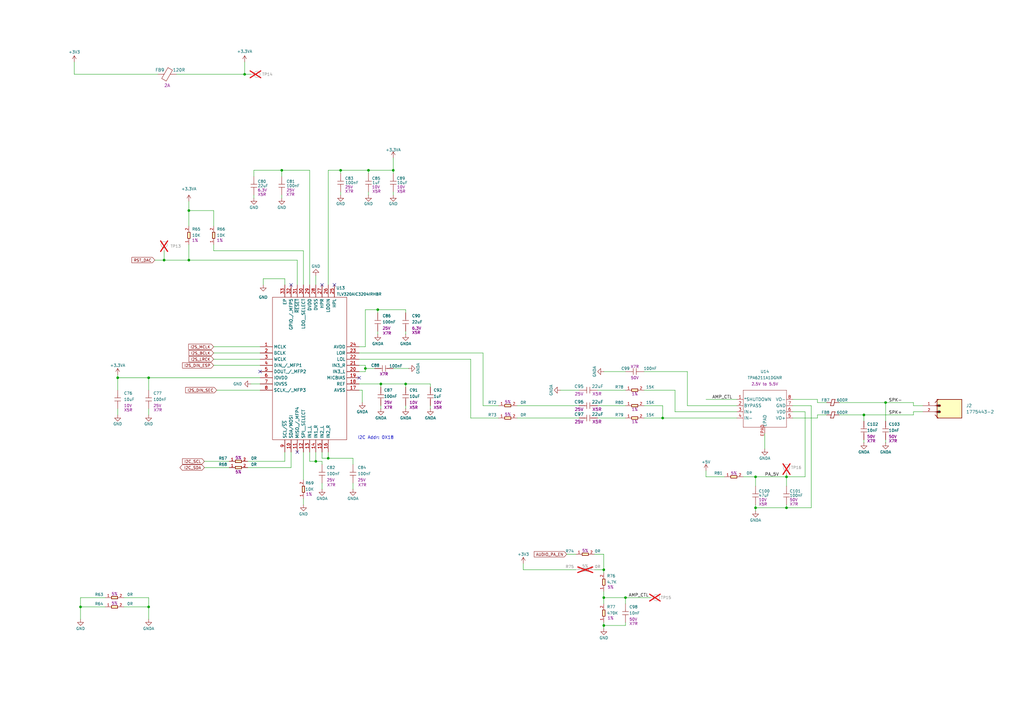
<source format=kicad_sch>
(kicad_sch (version 20250114) (generator "eeschema") (generator_version "9.0")
  (paper "A3")
  (title_block (title "Home mini drop in PCB replacement") (rev "v1") (company "by iMike78 (inpired by Onju voice and HA VPE)"))
  (text "I2C Addr: 0X18" (at 146.685 180.34 0) (effects (font (size 1.27 1.27)) (justify left bottom)))
  (junction (at 322.58 195.58))
  (junction (at 67.31 106.68))
  (junction (at 60.96 154.94))
  (junction (at 156.21 157.48))
  (junction (at 77.47 86.36))
  (junction (at 166.37 157.48))
  (junction (at 309.88 195.58))
  (junction (at 33.02 248.92))
  (junction (at 151.13 69.85))
  (junction (at 271.78 171.45))
  (junction (at 129.54 189.23))
  (junction (at 149.86 151.13))
  (junction (at 115.57 69.85))
  (junction (at 161.29 69.85))
  (junction (at 309.88 208.28))
  (junction (at 247.65 245.11))
  (junction (at 154.94 127))
  (junction (at 247.65 233.68))
  (junction (at 354.33 170.18))
  (junction (at 247.65 256.54))
  (junction (at 139.7 69.85))
  (junction (at 48.26 154.94))
  (junction (at 363.22 165.1))
  (junction (at 256.54 245.11))
  (junction (at 77.47 106.68))
  (junction (at 134.62 187.96))
  (junction (at 60.96 248.92))
  (junction (at 322.58 208.28))
  (junction (at 100.33 30.48))
  (no_connect (at 121.92 185.42))
  (no_connect (at 137.16 116.84))
  (no_connect (at 132.08 116.84))
  (no_connect (at 106.68 152.4))
  (no_connect (at 147.32 154.94))
  (no_connect (at 119.38 116.84))
  (wire (pts (xy 354.33 170.18) (xy 354.33 172.72)))
  (wire (pts (xy 166.37 127) (xy 166.37 128.27)))
  (wire (pts (xy 134.62 69.85) (xy 134.62 116.84)))
  (wire (pts (xy 115.57 69.85) (xy 127 69.85)))
  (wire (pts (xy 344.17 170.18) (xy 354.33 170.18)))
  (wire (pts (xy 354.33 180.34) (xy 354.33 181.61)))
  (wire (pts (xy 129.54 189.23) (xy 132.08 189.23)))
  (wire (pts (xy 243.84 233.68) (xy 247.65 233.68)))
  (wire (pts (xy 132.08 187.96) (xy 134.62 187.96)))
  (wire (pts (xy 30.48 30.48) (xy 64.77 30.48)))
  (wire (pts (xy 132.08 198.12) (xy 132.08 200.66)))
  (wire (pts (xy 335.28 170.18) (xy 339.09 170.18)))
  (wire (pts (xy 77.47 100.33) (xy 77.47 106.68)))
  (wire (pts (xy 156.21 157.48) (xy 166.37 157.48)))
  (wire (pts (xy 322.58 208.28) (xy 332.74 208.28)))
  (wire (pts (xy 325.12 166.37) (xy 332.74 166.37)))
  (wire (pts (xy 325.12 168.91) (xy 330.2 168.91)))
  (wire (pts (xy 276.86 168.91) (xy 302.26 168.91)))
  (wire (pts (xy 229.87 160.02) (xy 237.49 160.02)))
  (wire (pts (xy 148.59 160.02) (xy 148.59 165.1)))
  (wire (pts (xy 176.53 166.37) (xy 176.53 167.64)))
  (wire (pts (xy 50.8 248.92) (xy 60.96 248.92)))
  (wire (pts (xy 214.63 231.14) (xy 214.63 233.68)))
  (wire (pts (xy 322.58 194.31) (xy 322.58 195.58)))
  (wire (pts (xy 264.16 166.37) (xy 271.78 166.37)))
  (wire (pts (xy 193.04 147.32) (xy 193.04 171.45)))
  (wire (pts (xy 151.13 78.74) (xy 151.13 80.01)))
  (wire (pts (xy 77.47 82.55) (xy 77.47 86.36)))
  (wire (pts (xy 335.28 163.83) (xy 335.28 165.1)))
  (wire (pts (xy 33.02 245.11) (xy 43.18 245.11)))
  (wire (pts (xy 48.26 154.94) (xy 60.96 154.94)))
  (wire (pts (xy 256.54 255.27) (xy 256.54 256.54)))
  (wire (pts (xy 281.94 166.37) (xy 302.26 166.37)))
  (wire (pts (xy 161.29 151.13) (xy 167.64 151.13)))
  (wire (pts (xy 116.84 185.42) (xy 116.84 189.23)))
  (wire (pts (xy 87.63 147.32) (xy 106.68 147.32)))
  (wire (pts (xy 264.16 171.45) (xy 271.78 171.45)))
  (wire (pts (xy 304.8 195.58) (xy 309.88 195.58)))
  (wire (pts (xy 193.04 171.45) (xy 204.47 171.45)))
  (wire (pts (xy 214.63 233.68) (xy 236.22 233.68)))
  (wire (pts (xy 124.46 102.87) (xy 124.46 116.84)))
  (wire (pts (xy 247.65 233.68) (xy 247.65 234.95)))
  (wire (pts (xy 212.09 166.37) (xy 237.49 166.37)))
  (wire (pts (xy 325.12 163.83) (xy 335.28 163.83)))
  (wire (pts (xy 363.22 165.1) (xy 374.65 165.1)))
  (wire (pts (xy 139.7 71.12) (xy 139.7 69.85)))
  (wire (pts (xy 115.57 69.85) (xy 115.57 72.39)))
  (wire (pts (xy 276.86 160.02) (xy 276.86 168.91)))
  (wire (pts (xy 77.47 86.36) (xy 77.47 92.71)))
  (wire (pts (xy 134.62 187.96) (xy 144.78 187.96)))
  (wire (pts (xy 289.56 163.83) (xy 302.26 163.83)))
  (wire (pts (xy 271.78 166.37) (xy 271.78 171.45)))
  (wire (pts (xy 176.53 158.75) (xy 176.53 157.48)))
  (wire (pts (xy 100.33 30.48) (xy 100.33 25.4)))
  (wire (pts (xy 107.95 116.84) (xy 107.95 114.3)))
  (wire (pts (xy 60.96 248.92) (xy 60.96 254)))
  (wire (pts (xy 144.78 187.96) (xy 144.78 190.5)))
  (wire (pts (xy 132.08 189.23) (xy 132.08 190.5)))
  (wire (pts (xy 151.13 69.85) (xy 161.29 69.85)))
  (wire (pts (xy 161.29 78.74) (xy 161.29 80.01)))
  (wire (pts (xy 72.39 30.48) (xy 100.33 30.48)))
  (wire (pts (xy 166.37 135.89) (xy 166.37 137.16)))
  (wire (pts (xy 60.96 245.11) (xy 60.96 248.92)))
  (wire (pts (xy 374.65 166.37) (xy 378.46 166.37)))
  (wire (pts (xy 83.82 191.77) (xy 93.98 191.77)))
  (wire (pts (xy 147.32 152.4) (xy 149.86 152.4)))
  (wire (pts (xy 124.46 185.42) (xy 124.46 196.85)))
  (wire (pts (xy 309.88 195.58) (xy 309.88 199.39)))
  (wire (pts (xy 83.82 189.23) (xy 93.98 189.23)))
  (wire (pts (xy 116.84 114.3) (xy 116.84 116.84)))
  (wire (pts (xy 247.65 245.11) (xy 247.65 247.65)))
  (wire (pts (xy 212.09 171.45) (xy 237.49 171.45)))
  (wire (pts (xy 88.9 160.02) (xy 106.68 160.02)))
  (wire (pts (xy 151.13 69.85) (xy 151.13 71.12)))
  (wire (pts (xy 149.86 142.24) (xy 149.86 127)))
  (wire (pts (xy 309.88 209.55) (xy 309.88 208.28)))
  (wire (pts (xy 127 185.42) (xy 127 189.23)))
  (wire (pts (xy 134.62 69.85) (xy 139.7 69.85)))
  (wire (pts (xy 245.11 166.37) (xy 256.54 166.37)))
  (wire (pts (xy 127 189.23) (xy 129.54 189.23)))
  (wire (pts (xy 330.2 168.91) (xy 330.2 195.58)))
  (wire (pts (xy 87.63 142.24) (xy 106.68 142.24)))
  (wire (pts (xy 48.26 153.67) (xy 48.26 154.94)))
  (wire (pts (xy 374.65 170.18) (xy 374.65 168.91)))
  (wire (pts (xy 281.94 152.4) (xy 281.94 166.37)))
  (wire (pts (xy 33.02 254) (xy 33.02 248.92)))
  (wire (pts (xy 247.65 152.4) (xy 256.54 152.4)))
  (wire (pts (xy 335.28 170.18) (xy 335.28 171.45)))
  (wire (pts (xy 245.11 171.45) (xy 256.54 171.45)))
  (wire (pts (xy 332.74 166.37) (xy 332.74 208.28)))
  (wire (pts (xy 67.31 106.68) (xy 77.47 106.68)))
  (wire (pts (xy 363.22 180.34) (xy 363.22 181.61)))
  (wire (pts (xy 156.21 157.48) (xy 156.21 158.75)))
  (wire (pts (xy 106.68 157.48) (xy 102.87 157.48)))
  (wire (pts (xy 101.6 191.77) (xy 119.38 191.77)))
  (wire (pts (xy 147.32 144.78) (xy 198.12 144.78)))
  (wire (pts (xy 289.56 195.58) (xy 297.18 195.58)))
  (wire (pts (xy 247.65 227.33) (xy 247.65 233.68)))
  (wire (pts (xy 271.78 171.45) (xy 302.26 171.45)))
  (wire (pts (xy 264.16 160.02) (xy 276.86 160.02)))
  (wire (pts (xy 129.54 113.03) (xy 129.54 116.84)))
  (wire (pts (xy 149.86 151.13) (xy 149.86 149.86)))
  (wire (pts (xy 33.02 248.92) (xy 43.18 248.92)))
  (wire (pts (xy 363.22 165.1) (xy 363.22 172.72)))
  (wire (pts (xy 264.16 152.4) (xy 281.94 152.4)))
  (wire (pts (xy 154.94 127) (xy 166.37 127)))
  (wire (pts (xy 256.54 245.11) (xy 266.7 245.11)))
  (wire (pts (xy 87.63 86.36) (xy 77.47 86.36)))
  (wire (pts (xy 354.33 170.18) (xy 374.65 170.18)))
  (wire (pts (xy 127 116.84) (xy 127 69.85)))
  (wire (pts (xy 147.32 147.32) (xy 193.04 147.32)))
  (wire (pts (xy 104.14 69.85) (xy 104.14 72.39)))
  (wire (pts (xy 100.33 30.48) (xy 102.87 30.48)))
  (wire (pts (xy 166.37 157.48) (xy 166.37 158.75)))
  (wire (pts (xy 104.14 69.85) (xy 115.57 69.85)))
  (wire (pts (xy 63.5 106.68) (xy 67.31 106.68)))
  (wire (pts (xy 166.37 166.37) (xy 166.37 167.64)))
  (wire (pts (xy 374.65 168.91) (xy 378.46 168.91)))
  (wire (pts (xy 132.08 185.42) (xy 132.08 187.96)))
  (wire (pts (xy 161.29 64.77) (xy 161.29 69.85)))
  (wire (pts (xy 60.96 154.94) (xy 60.96 160.02)))
  (wire (pts (xy 166.37 157.48) (xy 176.53 157.48)))
  (wire (pts (xy 33.02 248.92) (xy 33.02 245.11)))
  (wire (pts (xy 289.56 193.04) (xy 289.56 195.58)))
  (wire (pts (xy 134.62 185.42) (xy 134.62 187.96)))
  (wire (pts (xy 147.32 149.86) (xy 149.86 149.86)))
  (wire (pts (xy 256.54 247.65) (xy 256.54 245.11)))
  (wire (pts (xy 309.88 195.58) (xy 322.58 195.58)))
  (wire (pts (xy 243.84 227.33) (xy 247.65 227.33)))
  (wire (pts (xy 147.32 157.48) (xy 156.21 157.48)))
  (wire (pts (xy 325.12 171.45) (xy 335.28 171.45)))
  (wire (pts (xy 87.63 92.71) (xy 87.63 86.36)))
  (wire (pts (xy 87.63 144.78) (xy 106.68 144.78)))
  (wire (pts (xy 144.78 198.12) (xy 144.78 200.66)))
  (wire (pts (xy 161.29 69.85) (xy 161.29 71.12)))
  (wire (pts (xy 344.17 165.1) (xy 363.22 165.1)))
  (wire (pts (xy 149.86 127) (xy 154.94 127)))
  (wire (pts (xy 322.58 207.01) (xy 322.58 208.28)))
  (wire (pts (xy 124.46 204.47) (xy 124.46 207.01)))
  (wire (pts (xy 115.57 80.01) (xy 115.57 81.28)))
  (wire (pts (xy 101.6 189.23) (xy 116.84 189.23)))
  (wire (pts (xy 149.86 152.4) (xy 149.86 151.13)))
  (wire (pts (xy 154.94 135.89) (xy 154.94 137.16)))
  (wire (pts (xy 247.65 256.54) (xy 256.54 256.54)))
  (wire (pts (xy 247.65 256.54) (xy 247.65 257.81)))
  (wire (pts (xy 198.12 166.37) (xy 204.47 166.37)))
  (wire (pts (xy 309.88 207.01) (xy 309.88 208.28)))
  (wire (pts (xy 147.32 142.24) (xy 149.86 142.24)))
  (wire (pts (xy 107.95 114.3) (xy 116.84 114.3)))
  (wire (pts (xy 147.32 160.02) (xy 148.59 160.02)))
  (wire (pts (xy 104.14 80.01) (xy 104.14 81.28)))
  (wire (pts (xy 245.11 160.02) (xy 256.54 160.02)))
  (wire (pts (xy 247.65 245.11) (xy 256.54 245.11)))
  (wire (pts (xy 374.65 165.1) (xy 374.65 166.37)))
  (wire (pts (xy 154.94 128.27) (xy 154.94 127)))
  (wire (pts (xy 48.26 154.94) (xy 48.26 160.02)))
  (wire (pts (xy 87.63 100.33) (xy 87.63 102.87)))
  (wire (pts (xy 121.92 106.68) (xy 121.92 116.84)))
  (wire (pts (xy 139.7 78.74) (xy 139.7 80.01)))
  (wire (pts (xy 313.69 177.8) (xy 313.69 184.15)))
  (wire (pts (xy 335.28 165.1) (xy 339.09 165.1)))
  (wire (pts (xy 30.48 30.48) (xy 30.48 25.4)))
  (wire (pts (xy 48.26 167.64) (xy 48.26 170.18)))
  (wire (pts (xy 60.96 154.94) (xy 106.68 154.94)))
  (wire (pts (xy 309.88 208.28) (xy 322.58 208.28)))
  (wire (pts (xy 67.31 102.87) (xy 67.31 106.68)))
  (wire (pts (xy 198.12 144.78) (xy 198.12 166.37)))
  (wire (pts (xy 322.58 195.58) (xy 330.2 195.58)))
  (wire (pts (xy 247.65 242.57) (xy 247.65 245.11)))
  (wire (pts (xy 50.8 245.11) (xy 60.96 245.11)))
  (wire (pts (xy 77.47 106.68) (xy 121.92 106.68)))
  (wire (pts (xy 87.63 102.87) (xy 124.46 102.87)))
  (wire (pts (xy 129.54 185.42) (xy 129.54 189.23)))
  (wire (pts (xy 139.7 69.85) (xy 151.13 69.85)))
  (wire (pts (xy 322.58 195.58) (xy 322.58 199.39)))
  (wire (pts (xy 247.65 255.27) (xy 247.65 256.54)))
  (wire (pts (xy 153.67 151.13) (xy 149.86 151.13)))
  (wire (pts (xy 232.41 227.33) (xy 236.22 227.33)))
  (wire (pts (xy 119.38 185.42) (xy 119.38 191.77)))
  (wire (pts (xy 87.63 149.86) (xy 106.68 149.86)))
  (wire (pts (xy 60.96 167.64) (xy 60.96 170.18)))
  (wire (pts (xy 156.21 166.37) (xy 156.21 167.64)))
  (label "AMP_CTL" (at 257.81 245.11 0))
  (label "SPK-" (at 364.49 165.1 0))
  (label "SPK+" (at 364.49 170.18 0))
  (label "PA_5V" (at 313.69 195.58 0))
  (label "AMP_CTL" (at 292.1 163.83 0))
  (global_label "I2C_SDA" (shape bidirectional) (at 83.82 191.77 180) (effects (font (size 1.143 1.143))) (property "Intersheetrefs" "${INTERSHEET_REFS}" (effects (hide yes))))
  (global_label "RST_DAC" (shape input) (at 63.5 106.68 180) (effects (font (size 1.143 1.143))) (property "Intersheetrefs" "${INTERSHEET_REFS}" (effects (hide yes))))
  (global_label "I2S_BCLK" (shape input) (at 87.63 144.78 180) (effects (font (size 1.143 1.143))) (property "Intersheetrefs" "${INTERSHEET_REFS}" (effects (hide yes))))
  (global_label "I2S_MCLK" (shape input) (at 87.63 142.24 180) (effects (font (size 1.143 1.143))) (property "Intersheetrefs" "${INTERSHEET_REFS}" (effects (hide yes))))
  (global_label "I2S_LRCK" (shape input) (at 87.63 147.32 180) (effects (font (size 1.143 1.143))) (property "Intersheetrefs" "${INTERSHEET_REFS}" (effects (hide yes))))
  (global_label "I2S_DIN_ESP" (shape input) (at 87.63 149.86 180) (effects (font (size 1.143 1.143))) (property "Intersheetrefs" "${INTERSHEET_REFS}" (effects (hide yes))))
  (global_label "I2C_SCL" (shape input) (at 83.82 189.23 180) (effects (font (size 1.143 1.143))) (property "Intersheetrefs" "${INTERSHEET_REFS}" (effects (hide yes))))
  (global_label "AUDIO_PA_EN" (shape input) (at 232.41 227.33 180) (effects (font (size 1.143 1.143))) (property "Intersheetrefs" "${INTERSHEET_REFS}" (effects (hide yes))))
  (global_label "I2S_DIN_SEC" (shape input) (at 88.9 160.02 180) (effects (font (size 1.143 1.143))) (property "Intersheetrefs" "${INTERSHEET_REFS}" (effects (hide yes))))
  (symbol (lib_id "Seeed_libdb:Capacitors/302013254") (at 104.14 76.2 0) (unit 1)
    (property "Reference" "C80" (at 105.664 74.422 0) (effects (font (size 1.143 1.143)) (justify left)))
    (property "Value" "22uF" (at 105.664 76.2 0) (effects (font (size 1.143 1.143)) (justify left)))
    (property "Footprint" "Capacitor_SMD:C_0603_1608Metric" (effects (hide yes)))
    (property "Description" "SMD CAP Ceramic 22uF-6.3V-20%-X5R;0603" (effects (hide yes)))
    (property "Manufacturer" "Samsung Electro-Mechanics" (effects (hide yes)))
    (property "MPN" "CL10A226MQ8NRNC" (effects (hide yes)))
    (property "SKU" "302013254" (effects (hide yes)))
    (property "Dielectric" "X5R" (at 107.442 79.756 0) (effects (font (size 1.143 1.143))))
    (property "Part Type" "Ceramic" (effects (hide yes)))
    (property "Voltage Rating" "6.3V" (at 105.664 77.978 0) (effects (font (size 1.143 1.143)) (justify left)))
    (property "Temperature" "-55°C to 85°C" (effects (hide yes)))
    (property "LCSC Part #" "C59461" (effects (hide yes)))
    (property "Manufacturer Part" "CL10A226MQ8NRNC" (effects (hide yes)))
    (property "Voltage" "6.3V" (effects (hide yes)))
  )
  (symbol (lib_id "power:GND") (at 247.65 257.81 0) (unit 1)
    (property "Reference" "#PWR0189" (effects (hide yes)))
    (property "Value" "GND" (at 247.65 261.62 0) (effects (font (size 1.143 1.143))))
  )
  (symbol (lib_id "Seeed_libdb:Ic/TPA6211A1DGNR") (at 313.69 167.64 0) (unit 1)
    (property "Reference" "U14" (at 313.69 152.4 0) (effects (font (size 1.143 1.143))))
    (property "Value" "TPA6211A1DGNR" (at 313.69 154.94 0) (effects (font (size 1.143 1.143))))
    (property "Footprint" "Onju:TPA6211A1DGNR" (effects (hide yes)))
    (property "Datasheet" "TPA6211A1DGNR" (effects (hide yes)))
    (property "Description" "SMD IC Audio Amplifier Class AB;MSOP-8-EP" (effects (hide yes)))
    (property "Manufacturer" "Texas Instruments" (effects (hide yes)))
    (property "MPN" "TPA6211A1DGNR" (effects (hide yes)))
    (property "SKU" "310020941" (effects (hide yes)))
    (property "Part Type" "Amplifier" (effects (hide yes)))
    (property "Rating" "2.5V to 5.5V" (at 313.69 157.48 0) (effects (font (size 1.143 1.143))))
    (property "Temperature" "-40°C to 105℃" (effects (hide yes)))
    (property "LCSC Part #" "C7718" (effects (hide yes)))
    (property "Manufacturer Part" "TPA6211A1DGNR" (effects (hide yes)))
  )
  (symbol (lib_id "Seeed_libdb:Capacitors/302013265") (at 309.88 203.2 0) (unit 1)
    (property "Reference" "C100" (at 311.15 201.422 0) (effects (font (size 1.143 1.143)) (justify left)))
    (property "Value" "47uF" (at 311.15 203.2 0) (effects (font (size 1.143 1.143)) (justify left)))
    (property "Footprint" "Capacitor_SMD:C_1206_3216Metric" (effects (hide yes)))
    (property "Description" "SMD CAP Ceramic 47uF-10V-20%-X5R;1206" (effects (hide yes)))
    (property "Manufacturer" "Samsung Electro-Mechanics" (effects (hide yes)))
    (property "MPN" "CL31A476MPHNNNE" (effects (hide yes)))
    (property "SKU" "302013265" (effects (hide yes)))
    (property "Dielectric" "X5R" (at 312.928 206.756 0) (effects (font (size 1.143 1.143))))
    (property "Part Type" "Ceramic" (effects (hide yes)))
    (property "Voltage Rating" "10V" (at 311.15 204.978 0) (effects (font (size 1.143 1.143)) (justify left)))
    (property "Temperature" "-55°C to 85°C" (effects (hide yes)))
    (property "LCSC Part #" "C96123" (effects (hide yes)))
    (property "Manufacturer Part" "CL31A476MPHNNNE" (effects (hide yes)))
    (property "Voltage" "10V" (effects (hide yes)))
  )
  (symbol (lib_id "Seeed_libadl:Capacitors/302010024") (at 115.57 76.2 0) (unit 1)
    (property "Reference" "C81" (at 117.475 74.422 0) (effects (font (size 1.143 1.143)) (justify left)))
    (property "Value" "100nF" (at 117.475 76.2 0) (effects (font (size 1.143 1.143)) (justify left)))
    (property "Footprint" "Capacitor_SMD:C_0402_1005Metric" (effects (hide yes)))
    (property "Description" "SMD CAP Ceramic 100nF-25V-10%-X7R;0402" (effects (hide yes)))
    (property "Manufacturer" "Samsung Electro-Mechanics" (effects (hide yes)))
    (property "MPN" "CL05B104KO5NNNC" (effects (hide yes)))
    (property "SKU" "302010024" (effects (hide yes)))
    (property "Dielectric" "X7R" (at 119.126 79.756 0) (effects (font (size 1.143 1.143))))
    (property "Part Type" "Ceramic" (effects (hide yes)))
    (property "Voltage Rating" "25V" (at 117.475 77.978 0) (effects (font (size 1.143 1.143)) (justify left)))
    (property "Temperature" "-55°C to 125°C" (effects (hide yes)))
    (property "LCSC Part #" "C1525" (effects (hide yes)))
    (property "Manufacturer Part" "CL05B104KO5NNNC" (effects (hide yes)))
    (property "Voltage" "16V" (effects (hide yes)))
  )
  (symbol (lib_id "power:GND") (at 60.96 170.18 0) (unit 1)
    (property "Reference" "#PWR0158" (effects (hide yes)))
    (property "Value" "GND" (at 60.96 173.863 0) (effects (font (size 1.143 1.143))))
  )
  (symbol (lib_id "Seeed_libadl:Capacitors/302010024") (at 154.94 132.08 0) (unit 1)
    (property "Reference" "C86" (at 156.845 129.54 0) (effects (font (size 1.143 1.143)) (justify left)))
    (property "Value" "100nF" (at 156.845 132.08 0) (effects (font (size 1.143 1.143)) (justify left)))
    (property "Footprint" "Capacitor_SMD:C_0402_1005Metric" (effects (hide yes)))
    (property "Description" "SMD CAP Ceramic 100nF-25V-10%-X7R;0402" (effects (hide yes)))
    (property "Manufacturer" "Samsung Electro-Mechanics" (effects (hide yes)))
    (property "MPN" "CL05B104KO5NNNC" (effects (hide yes)))
    (property "SKU" "302010024" (effects (hide yes)))
    (property "Dielectric" "X7R" (at 158.75 136.652 0) (effects (font (size 1.143 1.143))))
    (property "Part Type" "Ceramic" (effects (hide yes)))
    (property "Voltage Rating" "25V" (at 156.845 134.62 0) (effects (font (size 1.143 1.143)) (justify left)))
    (property "Temperature" "-55°C to 125°C" (effects (hide yes)))
    (property "LCSC Part #" "C1525" (effects (hide yes)))
    (property "Manufacturer Part" "CL05B104KO5NNNC" (effects (hide yes)))
    (property "Voltage" "16V" (effects (hide yes)))
  )
  (symbol (lib_id "power:GNDA") (at 144.78 200.66 0) (unit 1)
    (property "Reference" "#PWR0171" (effects (hide yes)))
    (property "Value" "GNDA" (at 144.78 204.47 0) (effects (font (size 1.143 1.143))))
    (property "Description" "Power symbol creates a global label with name \"GNDA\" , analog ground" (effects (hide yes)))
  )
  (symbol (lib_id "reSpeaker:TLV320AIC3204IRHBR") (at 106.68 142.24 0) (unit 1)
    (property "Reference" "U13" (at 139.7 118.11 0) (effects (font (size 1.143 1.143))))
    (property "Value" "TLV320AIC3204IRHBR" (at 147.32 120.65 0) (effects (font (size 1.143 1.143))))
    (property "Footprint" "Onju:TLV320AIC3204IRHBR" (effects (hide yes)))
    (property "Datasheet" "http://www.ti.com/lit/gpn/tlv320aic3204" (effects (hide yes)))
    (property "Description" "SMD IC Audio Frequenc;Ultra Low Power Stereo Codec;VQFN-32" (effects (hide yes)))
    (property "Height" "1" (effects (hide yes)))
    (property "Manufacturer" "Texas Instruments" (effects (hide yes)))
    (property "MPN" "TLV320AIC3204IRHBR" (effects (hide yes)))
    (property "Mouser Part Number" "595-V320AIC3204IRHBR" (effects (hide yes)))
    (property "Mouser Price/Stock" "https://www.mouser.co.uk/ProductDetail/Texas-Instruments/TLV320AIC3204IRHBR?qs=QJfls%252B0L4ChDpvXOhuEdtQ%3D%3D" (effects (hide yes)))
    (property "Arrow Part Number" "TLV320AIC3204IRHBR" (effects (hide yes)))
    (property "Arrow Price/Stock" "https://www.arrow.com/en/products/tlv320aic3204irhbr/texas-instruments?region=nac" (effects (hide yes)))
    (property "SKU" "310080252" (effects (hide yes)))
    (property "LCSC Part #" "C24109" (effects (hide yes)))
    (property "Manufacturer Part" "TLV320AIC3204IRHBR" (effects (hide yes)))
  )
  (symbol (lib_id "power:GNDA") (at 156.21 167.64 0) (unit 1)
    (property "Reference" "#PWR0175" (effects (hide yes)))
    (property "Value" "GNDA" (at 156.21 171.45 0) (effects (font (size 1.143 1.143))))
    (property "Description" "Power symbol creates a global label with name \"GNDA\" , analog ground" (effects (hide yes)))
  )
  (symbol (lib_id "Seeed_libdb:Capacitors/302010006") (at 363.22 176.53 0) (unit 1)
    (property "Reference" "C103" (at 364.49 173.99 0) (effects (font (size 1.143 1.143)) (justify left)))
    (property "Value" "10nF" (at 364.49 176.53 0) (effects (font (size 1.143 1.143)) (justify left)))
    (property "Footprint" "Capacitor_SMD:C_0402_1005Metric" (effects (hide yes)))
    (property "Description" "SMD CAP Ceramic 10nF-50V-10%-X7R;0402" (effects (hide yes)))
    (property "Manufacturer" "Samsung Electro-Mechanics" (effects (hide yes)))
    (property "MPN" "CL05B103KB5NNNC" (effects (hide yes)))
    (property "SKU" "302010006" (effects (hide yes)))
    (property "Dielectric" "X7R" (at 366.268 180.848 0) (effects (font (size 1.143 1.143))))
    (property "Part Type" "Ceramic" (effects (hide yes)))
    (property "Voltage Rating" "50V" (at 364.49 179.07 0) (effects (font (size 1.143 1.143)) (justify left)))
    (property "Temperature" "-55°C to 125°C" (effects (hide yes)))
    (property "LCSC Part #" "C15195" (effects (hide yes)))
    (property "Manufacturer Part" "CL05B103KB5NNNC" (effects (hide yes)))
    (property "Voltage" "50V" (effects (hide yes)))
  )
  (symbol (lib_id "Seeed_libadl:Resistors/301010000") (at 240.03 227.33 0) (unit 1)
    (property "Reference" "R74" (at 233.68 226.06 0) (effects (font (size 1.143 1.143))))
    (property "Value" "0R" (at 245.11 226.06 0) (effects (font (size 1.143 1.143))))
    (property "Footprint" "Resistor_SMD:R_0402_1005Metric" (effects (hide yes)))
    (property "Description" "SMD RES 0R-5%-1/16W;0402" (effects (hide yes)))
    (property "Manufacturer" "UNI-ROYAL(Uniroyal Elec)" (effects (hide yes)))
    (property "MPN" "0402WGF0000TCE" (effects (hide yes)))
    (property "SKU" "301010000" (effects (hide yes)))
    (property "Resistance" "0R" (effects (hide yes)))
    (property "Tolerance" "5%" (at 240.03 225.806 0) (effects (font (size 1.143 1.143))))
    (property "Part Type" "RES" (effects (hide yes)))
    (property "Temperature" "-55°C to 155°C" (effects (hide yes)))
    (property "LCSC Part #" "C17168" (effects (hide yes)))
    (property "Manufacturer Part" "0402WGF0000TCE" (effects (hide yes)))
  )
  (symbol (lib_id "Seeed_libdb:Resistors/301010010") (at 247.65 238.76 90) (unit 1)
    (property "Reference" "R76" (at 248.92 236.2199 90) (effects (font (size 1.143 1.143)) (justify right)))
    (property "Value" "4.7K" (at 248.92 238.7599 90) (effects (font (size 1.143 1.143)) (justify right)))
    (property "Footprint" "Resistor_SMD:R_0402_1005Metric" (effects (hide yes)))
    (property "Description" "SMD RES 4.7K-5%-1/16W;0402" (effects (hide yes)))
    (property "Manufacturer" "UNI-ROYAL(Uniroyal Elec)" (effects (hide yes)))
    (property "MPN" "0402WGF4701TCE" (effects (hide yes)))
    (property "SKU" "301010010" (effects (hide yes)))
    (property "Resistance" "4.7K" (effects (hide yes)))
    (property "Tolerance" "5%" (at 250.444 240.792 90) (effects (font (size 1.143 1.143))))
    (property "Part Type" "RES" (effects (hide yes)))
    (property "Temperature" "-55°C to 155°C" (effects (hide yes)))
    (property "LCSC Part #" "C25900" (effects (hide yes)))
    (property "Manufacturer Part" "0402WGF4701TCE" (effects (hide yes)))
  )
  (symbol (lib_id "Seeed_libadl:Capacitors/302010024") (at 139.7 74.93 0) (unit 1)
    (property "Reference" "C83" (at 141.478 73.152 0) (effects (font (size 1.143 1.143)) (justify left)))
    (property "Value" "100nF" (at 141.605 74.93 0) (effects (font (size 1.143 1.143)) (justify left)))
    (property "Footprint" "Capacitor_SMD:C_0402_1005Metric" (effects (hide yes)))
    (property "Description" "SMD CAP Ceramic 100nF-25V-10%-X7R;0402" (effects (hide yes)))
    (property "Manufacturer" "Samsung Electro-Mechanics" (effects (hide yes)))
    (property "MPN" "CL05B104KO5NNNC" (effects (hide yes)))
    (property "SKU" "302010024" (effects (hide yes)))
    (property "Dielectric" "X7R" (at 143.256 78.486 0) (effects (font (size 1.143 1.143))))
    (property "Part Type" "Ceramic" (effects (hide yes)))
    (property "Voltage Rating" "25V" (at 141.478 76.708 0) (effects (font (size 1.143 1.143)) (justify left)))
    (property "Temperature" "-55°C to 125°C" (effects (hide yes)))
    (property "LCSC Part #" "C1525" (effects (hide yes)))
    (property "Manufacturer Part" "CL05B104KO5NNNC" (effects (hide yes)))
    (property "Voltage" "16V" (effects (hide yes)))
  )
  (symbol (lib_id "Seeed_libdb:Capacitors/302013252") (at 161.29 74.93 0) (unit 1)
    (property "Reference" "C89" (at 162.687 73.152 0) (effects (font (size 1.143 1.143)) (justify left)))
    (property "Value" "10uF" (at 162.814 74.93 0) (effects (font (size 1.143 1.143)) (justify left)))
    (property "Footprint" "Capacitor_SMD:C_0603_1608Metric" (effects (hide yes)))
    (property "Description" "SMD CAP Ceramic 10uF-10V-10%-X5R;0603" (effects (hide yes)))
    (property "Manufacturer" "Samsung Electro-Mechanics" (effects (hide yes)))
    (property "MPN" "CL10A106KP8NNNC" (effects (hide yes)))
    (property "SKU" "302013252" (effects (hide yes)))
    (property "Dielectric" "X5R" (at 164.592 78.486 0) (effects (font (size 1.143 1.143))))
    (property "Part Type" "Ceramic" (effects (hide yes)))
    (property "Voltage Rating" "10V" (at 162.814 76.708 0) (effects (font (size 1.143 1.143)) (justify left)))
    (property "Temperature" "-55°C to 85°C" (effects (hide yes)))
    (property "LCSC Part #" "C19702" (effects (hide yes)))
    (property "Manufacturer Part" "CL10A106KP8NNNC" (effects (hide yes)))
    (property "Voltage" "10V" (effects (hide yes)))
    (property "Purchase-URL" "https://www.lcsc.com/product-detail/C19702.html?s_z=n_CL10A106KP8NNNC" (effects (hide yes)))
  )
  (symbol (lib_id "Seeed_libdb:Resistors/301010000") (at 46.99 248.92 0) (unit 1)
    (property "Reference" "R64" (at 40.64 247.65 0) (effects (font (size 1.143 1.143))))
    (property "Value" "0R" (at 53.34 247.65 0) (effects (font (size 1.143 1.143))))
    (property "Footprint" "Resistor_SMD:R_0402_1005Metric" (effects (hide yes)))
    (property "Description" "SMD RES 0R-5%-1/16W;0402" (effects (hide yes)))
    (property "Manufacturer" "UNI-ROYAL(Uniroyal Elec)" (effects (hide yes)))
    (property "MPN" "0402WGF0000TCE" (effects (hide yes)))
    (property "SKU" "301010000" (effects (hide yes)))
    (property "Resistance" "0R" (effects (hide yes)))
    (property "Tolerance" "5%" (at 46.99 247.396 0) (effects (font (size 1.143 1.143))))
    (property "Part Type" "RES" (effects (hide yes)))
    (property "Temperature" "-55°C to 155°C" (effects (hide yes)))
    (property "LCSC Part #" "C17168" (effects (hide yes)))
    (property "Manufacturer Part" "0402WGF0000TCE" (effects (hide yes)))
  )
  (symbol (lib_id "power:GNDA") (at 247.65 152.4 270) (unit 1)
    (property "Reference" "#PWR0188" (effects (hide yes)))
    (property "Value" "GNDA" (at 243.84 152.4 0) (effects (font (size 1.143 1.143))))
    (property "Description" "Power symbol creates a global label with name \"GNDA\" , analog ground" (effects (hide yes)))
  )
  (symbol (lib_id "power:GNDA") (at 363.22 181.61 0) (unit 1)
    (property "Reference" "#PWR0194" (effects (hide yes)))
    (property "Value" "GNDA" (at 363.22 185.42 0) (effects (font (size 1.143 1.143))))
    (property "Description" "Power symbol creates a global label with name \"GNDA\" , analog ground" (effects (hide yes)))
  )
  (symbol (lib_id "power:GNDA") (at 166.37 137.16 0) (unit 1)
    (property "Reference" "#PWR0178" (effects (hide yes)))
    (property "Value" "GNDA" (at 166.37 140.97 0) (effects (font (size 1.143 1.143))))
    (property "Description" "Power symbol creates a global label with name \"GNDA\" , analog ground" (effects (hide yes)))
  )
  (symbol (lib_id "power:GNDA") (at 167.64 151.13 90) (unit 1)
    (property "Reference" "#PWR0180" (effects (hide yes)))
    (property "Value" "GNDA" (at 171.45 151.13 0) (effects (font (size 1.143 1.143))))
    (property "Description" "Power symbol creates a global label with name \"GNDA\" , analog ground" (effects (hide yes)))
  )
  (symbol (lib_id "power:GND") (at 161.29 80.01 0) (unit 1)
    (property "Reference" "#PWR0177" (effects (hide yes)))
    (property "Value" "GND" (at 161.29 83.566 0) (effects (font (size 1.143 1.143))))
  )
  (symbol (lib_id "power:GND") (at 102.87 157.48 270) (unit 1)
    (property "Reference" "#PWR0163" (effects (hide yes)))
    (property "Value" "GND" (at 99.314 157.48 90) (effects (font (size 1.143 1.143)) (justify right)))
  )
  (symbol (lib_id "power:GND") (at 139.7 80.01 0) (unit 1)
    (property "Reference" "#PWR0170" (effects (hide yes)))
    (property "Value" "GND" (at 139.7 83.566 0) (effects (font (size 1.143 1.143))))
  )
  (symbol (lib_id "Seeed_libadl:Capacitors/302010024") (at 156.21 162.56 0) (unit 1)
    (property "Reference" "C87" (at 157.48 160.02 0) (effects (font (size 1.143 1.143)) (justify left)))
    (property "Value" "100nF" (at 157.48 162.56 0) (effects (font (size 1.143 1.143)) (justify left)))
    (property "Footprint" "Capacitor_SMD:C_0402_1005Metric" (effects (hide yes)))
    (property "Description" "SMD CAP Ceramic 100nF-25V-10%-X7R;0402" (effects (hide yes)))
    (property "Manufacturer" "Samsung Electro-Mechanics" (effects (hide yes)))
    (property "MPN" "CL05B104KO5NNNC" (effects (hide yes)))
    (property "SKU" "302010024" (effects (hide yes)))
    (property "Dielectric" "X7R" (at 159.258 167.132 0) (effects (font (size 1.143 1.143))))
    (property "Part Type" "Ceramic" (effects (hide yes)))
    (property "Voltage Rating" "25V" (at 157.48 165.1 0) (effects (font (size 1.143 1.143)) (justify left)))
    (property "Temperature" "-55°C to 125°C" (effects (hide yes)))
    (property "LCSC Part #" "C1525" (effects (hide yes)))
    (property "Manufacturer Part" "CL05B104KO5NNNC" (effects (hide yes)))
    (property "Voltage" "16V" (effects (hide yes)))
  )
  (symbol (lib_id "power:GNDA") (at 309.88 209.55 0) (unit 1)
    (property "Reference" "#PWR0191" (effects (hide yes)))
    (property "Value" "GNDA" (at 309.88 213.36 0) (effects (font (size 1.143 1.143))))
    (property "Description" "Power symbol creates a global label with name \"GNDA\" , analog ground" (effects (hide yes)))
  )
  (symbol (lib_id "libdb:Misc/TP45C_SMD") (at 105.41 30.48 0) (unit 1) (dnp yes)
    (property "Reference" "TP14" (at 107.442 30.48 0) (effects (font (size 1.143 1.143)) (justify left)))
    (property "Value" "Test Point" (effects (hide yes)))
    (property "Footprint" "TestPoint:TestPoint_Pad_D1.0mm" (effects (hide yes)))
    (property "Description" "Test Point;TP45C_SMD" (effects (hide yes)))
    (property "Part Type" "Test Point" (effects (hide yes)))
  )
  (symbol (lib_id "Seeed_libdb:Resistors/301010292") (at 300.99 195.58 0) (unit 1)
    (property "Reference" "R81" (at 294.64 194.056 0) (effects (font (size 1.143 1.143))))
    (property "Value" "0R" (at 307.34 194.056 0) (effects (font (size 1.143 1.143))))
    (property "Footprint" "Resistor_SMD:R_0603_1608Metric" (effects (hide yes)))
    (property "Description" "SMD RES 0R-5%-1/10W;0603" (effects (hide yes)))
    (property "Manufacturer" "UNI-ROYAL(Uniroyal Elec)" (effects (hide yes)))
    (property "Resistance" "0R" (effects (hide yes)))
    (property "Tolerance" "5%" (at 300.99 194.056 0) (effects (font (size 1.143 1.143))))
    (property "Temperature" "-55°C to 155°C" (effects (hide yes)))
    (property "LCSC Part #" "C21189" (effects (hide yes)))
    (property "Manufacturer Part" "0603WAF0000T5E" (effects (hide yes)))
    (property "MPN" "0603WAF0000T5E" (effects (hide yes)))
  )
  (symbol (lib_id "Seeed_libadl:Capacitors/302010024") (at 144.78 194.31 0) (unit 1)
    (property "Reference" "C84" (at 146.685 191.77 0) (effects (font (size 1.143 1.143)) (justify left)))
    (property "Value" "100nF" (at 146.685 194.31 0) (effects (font (size 1.143 1.143)) (justify left)))
    (property "Footprint" "Capacitor_SMD:C_0402_1005Metric" (effects (hide yes)))
    (property "Description" "SMD CAP Ceramic 100nF-25V-10%-X7R;0402" (effects (hide yes)))
    (property "Manufacturer" "Samsung Electro-Mechanics" (effects (hide yes)))
    (property "MPN" "CL05B104KO5NNNC" (effects (hide yes)))
    (property "SKU" "302010024" (effects (hide yes)))
    (property "Dielectric" "X7R" (at 148.59 198.882 0) (effects (font (size 1.143 1.143))))
    (property "Part Type" "Ceramic" (effects (hide yes)))
    (property "Voltage Rating" "25V" (at 146.685 196.85 0) (effects (font (size 1.143 1.143)) (justify left)))
    (property "Temperature" "-55°C to 125°C" (effects (hide yes)))
    (property "LCSC Part #" "C1525" (effects (hide yes)))
    (property "Manufacturer Part" "CL05B104KO5NNNC" (effects (hide yes)))
    (property "Voltage" "16V" (effects (hide yes)))
  )
  (symbol (lib_id "Seeed_libdb:Capacitors/302010006") (at 354.33 176.53 0) (unit 1)
    (property "Reference" "C102" (at 355.6 173.99 0) (effects (font (size 1.143 1.143)) (justify left)))
    (property "Value" "10nF" (at 355.6 176.53 0) (effects (font (size 1.143 1.143)) (justify left)))
    (property "Footprint" "Capacitor_SMD:C_0402_1005Metric" (effects (hide yes)))
    (property "Description" "SMD CAP Ceramic 10nF-50V-10%-X7R;0402" (effects (hide yes)))
    (property "Manufacturer" "Samsung Electro-Mechanics" (effects (hide yes)))
    (property "MPN" "CL05B103KB5NNNC" (effects (hide yes)))
    (property "SKU" "302010006" (effects (hide yes)))
    (property "Dielectric" "X7R" (at 357.378 180.848 0) (effects (font (size 1.143 1.143))))
    (property "Part Type" "Ceramic" (effects (hide yes)))
    (property "Voltage Rating" "50V" (at 355.6 179.07 0) (effects (font (size 1.143 1.143)) (justify left)))
    (property "Temperature" "-55°C to 125°C" (effects (hide yes)))
    (property "LCSC Part #" "C15195" (effects (hide yes)))
    (property "Manufacturer Part" "CL05B103KB5NNNC" (effects (hide yes)))
    (property "Voltage" "50V" (effects (hide yes)))
  )
  (symbol (lib_id "Seeed_libdb:Capacitors/302013249") (at 176.53 162.56 0) (unit 1)
    (property "Reference" "C92" (at 177.8 160.02 0) (effects (font (size 1.143 1.143)) (justify left)))
    (property "Value" "1uF" (at 177.8 162.56 0) (effects (font (size 1.143 1.143)) (justify left)))
    (property "Footprint" "Capacitor_SMD:C_0402_1005Metric" (effects (hide yes)))
    (property "Description" "SMD CAP Ceramic 1uF-10V-10%-X5R;0402" (effects (hide yes)))
    (property "Manufacturer" "Samsung Electro-Mechanics" (effects (hide yes)))
    (property "MPN" "CL05A105KA5NQNC" (effects (hide yes)))
    (property "SKU" "302013249" (effects (hide yes)))
    (property "Dielectric" "X5R" (at 179.578 167.132 0) (effects (font (size 1.143 1.143))))
    (property "Part Type" "Ceramic" (effects (hide yes)))
    (property "Voltage Rating" "10V" (at 177.8 165.1 0) (effects (font (size 1.143 1.143)) (justify left)))
    (property "Temperature" "-55°C to 85°C" (effects (hide yes)))
    (property "LCSC Part #" "C52923" (effects (hide yes)))
    (property "Manufacturer Part" "CL05A105KA5NQNC" (effects (hide yes)))
  )
  (symbol (lib_id "power:GND") (at 104.14 81.28 0) (unit 1)
    (property "Reference" "#PWR0164" (effects (hide yes)))
    (property "Value" "GND" (at 104.14 85.09 0) (effects (font (size 1.143 1.143))))
  )
  (symbol (lib_id "Seeed_libdb:Resistors/301010000") (at 97.79 191.77 0) (unit 1)
    (property "Reference" "R68" (at 91.44 190.5 0) (effects (font (size 1.143 1.143))))
    (property "Value" "0R" (at 104.14 190.5 0) (effects (font (size 1.143 1.143))))
    (property "Footprint" "Resistor_SMD:R_0402_1005Metric" (effects (hide yes)))
    (property "Description" "SMD RES 0R-5%-1/16W;0402" (effects (hide yes)))
    (property "Manufacturer" "UNI-ROYAL(Uniroyal Elec)" (effects (hide yes)))
    (property "MPN" "0402WGF0000TCE" (effects (hide yes)))
    (property "SKU" "301010000" (effects (hide yes)))
    (property "Resistance" "0R" (effects (hide yes)))
    (property "Tolerance" "5%" (at 97.79 193.548 0) (effects (font (size 1.143 1.143))))
    (property "Part Type" "RES" (effects (hide yes)))
    (property "Temperature" "-55°C to 155°C" (effects (hide yes)))
    (property "LCSC Part #" "C17168" (effects (hide yes)))
    (property "Manufacturer Part" "0402WGF0000TCE" (effects (hide yes)))
  )
  (symbol (lib_id "power:GNDA") (at 313.69 184.15 0) (unit 1)
    (property "Reference" "#PWR0192" (effects (hide yes)))
    (property "Value" "GNDA" (at 313.69 187.96 0) (effects (font (size 1.143 1.143))))
    (property "Description" "Power symbol creates a global label with name \"GNDA\" , analog ground" (effects (hide yes)))
  )
  (symbol (lib_id "Seeed_libdb:Resistors/301010069") (at 247.65 251.46 90) (unit 1)
    (property "Reference" "R77" (at 248.92 248.9199 90) (effects (font (size 1.143 1.143)) (justify right)))
    (property "Value" "470K" (at 248.92 251.4599 90) (effects (font (size 1.143 1.143)) (justify right)))
    (property "Footprint" "Resistor_SMD:R_0402_1005Metric" (effects (hide yes)))
    (property "Description" "SMD RES 470K-1%-1/16W;0402" (effects (hide yes)))
    (property "Manufacturer" "UNI-ROYAL(Uniroyal Elec)" (effects (hide yes)))
    (property "Resistance" "470K" (effects (hide yes)))
    (property "Tolerance" "1%" (at 250.444 253.492 90) (effects (font (size 1.143 1.143))))
    (property "Temperature" "-55°C to 155°C" (effects (hide yes)))
    (property "LCSC Part #" "C25790" (effects (hide yes)))
    (property "Manufacturer Part" "0402WGF4703TCE" (effects (hide yes)))
    (property "MPN" "0402WGF4703TCE" (effects (hide yes)))
  )
  (symbol (lib_id "Seeed_libdb:Ferrite Bead/303030521") (at 341.63 170.18 0) (unit 1)
    (property "Reference" "FB8" (at 338.582 169.164 0) (effects (font (size 1.143 1.143))))
    (property "Value" "600R" (at 345.44 169.164 0) (effects (font (size 1.143 1.143))))
    (property "Footprint" "Onju:BLM18PG121SN1D" (effects (hide yes)))
    (property "Description" "SMD Ferrite Bead;600R-500mA;0603" (effects (hide yes)))
    (property "Manufacturer" "Murata" (effects (hide yes)))
    (property "MPN" "BLM18KG601SN1D" (effects (hide yes)))
    (property "SKU" "303030521" (effects (hide yes)))
    (property "Part Type" "Ferrite Bead" (effects (hide yes)))
    (property "Rating" "500mA" (effects (hide yes)))
    (property "Temperature" "-55°C to 125°C" (effects (hide yes)))
    (property "Current" "500mA" (effects (hide yes)))
    (property "LCSC Part #" "C85833" (effects (hide yes)))
    (property "Manufacturer Part" "BLM18KG601SN1D" (effects (hide yes)))
  )
  (symbol (lib_id "power:GND") (at 129.54 113.03 180) (unit 1)
    (property "Reference" "#PWR0168" (effects (hide yes)))
    (property "Value" "GND" (at 129.54 109.22 0) (effects (font (size 1.143 1.143))))
  )
  (symbol (lib_id "Device:FerriteBead") (at 68.58 30.48 90) (unit 1)
    (property "Reference" "FB9" (at 65.532 28.702 90))
    (property "Value" "120R" (at 73.406 28.702 90))
    (property "Footprint" "Onju:BLM18PG121SN1D" (effects (hide yes)))
    (property "Description" "Ferrite bead, 120Ω @ 100MHz, 2A" (effects (hide yes)))
    (property "Function" "ESP32" (effects (hide yes)))
    (property "Current" "2A" (at 68.58 35.052 90))
    (property "Part number" "BLM18PG121SN1D" (effects (hide yes)))
    (property "Manufacturer" "Murata" (effects (hide yes)))
    (property "LCSC Part #" "C14709" (effects (hide yes)))
    (property "Manufacturer Part" "BLM18PG121SN1D" (effects (hide yes)))
    (property "MPN" "BLM18PG121SN1D" (effects (hide yes)))
  )
  (symbol (lib_id "Seeed_libadl:Capacitors/302010024") (at 132.08 194.31 0) (unit 1)
    (property "Reference" "C82" (at 133.985 191.77 0) (effects (font (size 1.143 1.143)) (justify left)))
    (property "Value" "100nF" (at 133.985 194.31 0) (effects (font (size 1.143 1.143)) (justify left)))
    (property "Footprint" "Capacitor_SMD:C_0402_1005Metric" (effects (hide yes)))
    (property "Description" "SMD CAP Ceramic 100nF-25V-10%-X7R;0402" (effects (hide yes)))
    (property "Manufacturer" "Samsung Electro-Mechanics" (effects (hide yes)))
    (property "MPN" "CL05B104KO5NNNC" (effects (hide yes)))
    (property "SKU" "302010024" (effects (hide yes)))
    (property "Dielectric" "X7R" (at 135.89 198.882 0) (effects (font (size 1.143 1.143))))
    (property "Part Type" "Ceramic" (effects (hide yes)))
    (property "Voltage Rating" "25V" (at 133.985 196.85 0) (effects (font (size 1.143 1.143)) (justify left)))
    (property "Temperature" "-55°C to 125°C" (effects (hide yes)))
    (property "LCSC Part #" "C1525" (effects (hide yes)))
    (property "Manufacturer Part" "CL05B104KO5NNNC" (effects (hide yes)))
    (property "Voltage" "16V" (effects (hide yes)))
  )
  (symbol (lib_id "power:GND") (at 33.02 254 0) (unit 1)
    (property "Reference" "#PWR0154" (effects (hide yes)))
    (property "Value" "GND" (at 33.02 257.81 0) (effects (font (size 1.143 1.143))))
  )
  (symbol (lib_id "Seeed_libadl:Resistors/301010000") (at 240.03 233.68 0) (unit 1) (dnp yes)
    (property "Reference" "R75" (at 233.68 232.41 0) (effects (font (size 1.143 1.143))))
    (property "Value" "0R" (at 245.11 232.41 0) (effects (font (size 1.143 1.143))))
    (property "Footprint" "Resistor_SMD:R_0402_1005Metric" (effects (hide yes)))
    (property "Description" "SMD RES 0R-5%-1/16W;0402" (effects (hide yes)))
    (property "Manufacturer" "YAGEO" (effects (hide yes)))
    (property "MPN" "RC0402JR-070RL" (effects (hide yes)))
    (property "SKU" "301010000" (effects (hide yes)))
    (property "Resistance" "0R" (effects (hide yes)))
    (property "Tolerance" "5%" (at 240.03 232.156 0) (effects (font (size 1.143 1.143))))
    (property "Part Type" "RES" (effects (hide yes)))
    (property "Temperature" "-55°C to 155°C" (effects (hide yes)))
  )
  (symbol (lib_id "power:GNDA") (at 176.53 167.64 0) (unit 1)
    (property "Reference" "#PWR0181" (effects (hide yes)))
    (property "Value" "GNDA" (at 176.53 171.45 0) (effects (font (size 1.143 1.143))))
    (property "Description" "Power symbol creates a global label with name \"GNDA\" , analog ground" (effects (hide yes)))
  )
  (symbol (lib_id "power:GND") (at 124.46 207.01 0) (unit 1)
    (property "Reference" "#PWR0167" (effects (hide yes)))
    (property "Value" "GND" (at 124.46 210.82 0) (effects (font (size 1.143 1.143))))
  )
  (symbol (lib_id "power:+3.3VA") (at 48.26 153.67 0) (unit 1)
    (property "Reference" "#PWR0155" (effects (hide yes)))
    (property "Value" "+3.3VA" (at 48.26 149.86 0) (effects (font (size 1.143 1.143))))
  )
  (symbol (lib_id "0_Seeed_Misc:TEST-POINT") (at 67.31 100.33 90) (unit 1) (dnp yes)
    (property "Reference" "TP13" (at 69.85 100.9649 90) (effects (font (size 1.143 1.143)) (justify right)))
    (property "Value" "TEST-POINT" (effects (hide yes)))
    (property "Footprint" "TestPoint:TestPoint_Pad_D1.0mm" (effects (hide yes)))
  )
  (symbol (lib_id "power:GNDA") (at 166.37 167.64 0) (unit 1)
    (property "Reference" "#PWR0179" (effects (hide yes)))
    (property "Value" "GNDA" (at 166.37 171.45 0) (effects (font (size 1.143 1.143))))
    (property "Description" "Power symbol creates a global label with name \"GNDA\" , analog ground" (effects (hide yes)))
  )
  (symbol (lib_id "power:GNDA") (at 148.59 165.1 0) (unit 1)
    (property "Reference" "#PWR0172" (effects (hide yes)))
    (property "Value" "GNDA" (at 148.59 168.91 0) (effects (font (size 1.143 1.143))))
    (property "Description" "Power symbol creates a global label with name \"GNDA\" , analog ground" (effects (hide yes)))
  )
  (symbol (lib_id "Seeed_libdb:Capacitors/302013260") (at 241.3 160.02 90) (unit 1)
    (property "Reference" "C95" (at 237.49 158.496 90))
    (property "Value" "22uF" (at 245.11 158.496 90))
    (property "Footprint" "Capacitor_SMD:C_0805_2012Metric" (effects (hide yes)))
    (property "Description" "SMD CAP Ceramic 22uF-25V-20%-X5R;0805" (effects (hide yes)))
    (property "Manufacturer" "Samsung Electro-Mechanics" (effects (hide yes)))
    (property "MPN" "CL21A226MAQNNNE" (effects (hide yes)))
    (property "SKU" "302013260" (effects (hide yes)))
    (property "Dielectric" "X5R" (at 244.856 161.544 90))
    (property "Part Type" "Ceramic" (effects (hide yes)))
    (property "Voltage Rating" "25V" (at 237.49 161.544 90))
    (property "Temperature" "-55°C to 85°C" (effects (hide yes)))
    (property "LCSC Part #" "C45783" (effects (hide yes)))
    (property "Manufacturer Part" "CL21A226MAQNNNE" (effects (hide yes)))
    (property "Voltage" "25V" (effects (hide yes)))
  )
  (symbol (lib_id "Seeed_libadl:Resistors/301010047") (at 124.46 200.66 90) (unit 1)
    (property "Reference" "R69" (at 125.222 198.12 90) (effects (font (size 1.143 1.143)) (justify right)))
    (property "Value" "10K" (at 125.222 200.66 90) (effects (font (size 1.143 1.143)) (justify right)))
    (property "Footprint" "Resistor_SMD:R_0402_1005Metric" (effects (hide yes)))
    (property "Description" "SMD RES 10K-1%-1/16W;0402" (effects (hide yes)))
    (property "Manufacturer" "UNI-ROYAL(Uniroyal Elec)" (effects (hide yes)))
    (property "MPN" "0402WGF1002TCE" (effects (hide yes)))
    (property "SKU" "301010047" (effects (hide yes)))
    (property "Resistance" "10K" (effects (hide yes)))
    (property "Tolerance" "1%" (at 126.746 202.692 90) (effects (font (size 1.143 1.143))))
    (property "Part Type" "RES" (effects (hide yes)))
    (property "Temperature" "-55°C to 155°C" (effects (hide yes)))
    (property "LCSC Part #" "C25744" (effects (hide yes)))
    (property "Manufacturer Part" "0402WGF1002TCE" (effects (hide yes)))
  )
  (symbol (lib_id "Seeed_libdb:Capacitors/302013260") (at 241.3 171.45 90) (unit 1)
    (property "Reference" "C97" (at 237.49 169.926 90))
    (property "Value" "22uF" (at 245.11 169.926 90))
    (property "Footprint" "Capacitor_SMD:C_0805_2012Metric" (effects (hide yes)))
    (property "Description" "SMD CAP Ceramic 22uF-25V-20%-X5R;0805" (effects (hide yes)))
    (property "Manufacturer" "Samsung Electro-Mechanics" (effects (hide yes)))
    (property "MPN" "CL21A226MAQNNNE" (effects (hide yes)))
    (property "SKU" "302013260" (effects (hide yes)))
    (property "Dielectric" "X5R" (at 244.856 172.974 90))
    (property "Part Type" "Ceramic" (effects (hide yes)))
    (property "Voltage Rating" "25V" (at 237.49 172.974 90))
    (property "Temperature" "-55°C to 85°C" (effects (hide yes)))
    (property "LCSC Part #" "C45783" (effects (hide yes)))
    (property "Manufacturer Part" "CL21A226MAQNNNE" (effects (hide yes)))
    (property "Voltage" "25V" (effects (hide yes)))
  )
  (symbol (lib_id "Seeed_libdb:Capacitors/302013254") (at 166.37 132.08 0) (unit 1)
    (property "Reference" "C90" (at 168.91 129.5399 0) (effects (font (size 1.143 1.143)) (justify left)))
    (property "Value" "22uF" (at 168.91 132.0799 0) (effects (font (size 1.143 1.143)) (justify left)))
    (property "Footprint" "Capacitor_SMD:C_0603_1608Metric" (effects (hide yes)))
    (property "Description" "SMD CAP Ceramic 22uF-6.3V-20%-X5R;0603" (effects (hide yes)))
    (property "Manufacturer" "Samsung Electro-Mechanics" (effects (hide yes)))
    (property "MPN" "CL10A226MQ8NRNC" (effects (hide yes)))
    (property "SKU" "302013254" (effects (hide yes)))
    (property "Dielectric" "X5R" (at 170.688 136.398 0) (effects (font (size 1.143 1.143))))
    (property "Part Type" "Ceramic" (effects (hide yes)))
    (property "Voltage Rating" "6.3V" (at 168.91 134.6199 0) (effects (font (size 1.143 1.143)) (justify left)))
    (property "Temperature" "-55°C to 85°C" (effects (hide yes)))
    (property "LCSC Part #" "C59461" (effects (hide yes)))
    (property "Manufacturer Part" "CL10A226MQ8NRNC" (effects (hide yes)))
    (property "Voltage" "6.3V" (effects (hide yes)))
  )
  (symbol (lib_id "Seeed_libdb:Capacitors/302010138") (at 322.58 203.2 0) (unit 1)
    (property "Reference" "C101" (at 323.85 201.422 0) (effects (font (size 1.143 1.143)) (justify left)))
    (property "Value" "100nF" (at 323.85 203.2 0) (effects (font (size 1.143 1.143)) (justify left)))
    (property "Footprint" "Capacitor_SMD:C_0603_1608Metric" (effects (hide yes)))
    (property "Description" "SMD CAP Ceramic 100nF-50V-10%-X7R;0603" (effects (hide yes)))
    (property "Manufacturer" "YAGEO" (effects (hide yes)))
    (property "MPN" "CC0603KRX7R9BB104" (effects (hide yes)))
    (property "SKU" "302010138" (effects (hide yes)))
    (property "Dielectric" "X7R" (at 325.628 206.756 0) (effects (font (size 1.143 1.143))))
    (property "Part Type" "Ceramic" (effects (hide yes)))
    (property "Voltage Rating" "50V" (at 323.85 204.978 0) (effects (font (size 1.143 1.143)) (justify left)))
    (property "Temperature" "-55°C to 125°C" (effects (hide yes)))
    (property "LCSC Part #" "C14663" (effects (hide yes)))
    (property "Manufacturer Part" "CC0603KRX7R9BB104" (effects (hide yes)))
    (property "Voltage" "50V" (effects (hide yes)))
  )
  (symbol (lib_id "power:+5V") (at 289.56 193.04 0) (unit 1)
    (property "Reference" "#PWR0190" (effects (hide yes)))
    (property "Value" "+5V" (at 289.56 189.484 0) (effects (font (size 1.143 1.143))))
  )
  (symbol (lib_id "power:+3.3VA") (at 100.33 25.4 0) (unit 1)
    (property "Reference" "#PWR0162" (effects (hide yes)))
    (property "Value" "+3.3VA" (at 100.33 21.082 0) (effects (font (size 1.143 1.143))))
  )
  (symbol (lib_id "power:GNDA") (at 132.08 200.66 0) (unit 1)
    (property "Reference" "#PWR0169" (effects (hide yes)))
    (property "Value" "GNDA" (at 132.08 204.47 0) (effects (font (size 1.143 1.143))))
    (property "Description" "Power symbol creates a global label with name \"GNDA\" , analog ground" (effects (hide yes)))
  )
  (symbol (lib_id "power:+3V3") (at 214.63 231.14 0) (unit 1)
    (property "Reference" "#PWR0182" (effects (hide yes)))
    (property "Value" "+3V3" (at 214.63 227.33 0) (effects (font (size 1.143 1.143))))
  )
  (symbol (lib_id "Seeed_libdb:Resistors/301010241") (at 260.35 160.02 0) (unit 1)
    (property "Reference" "R78" (at 254 158.75 0) (effects (font (size 1.143 1.143))))
    (property "Value" "15K" (at 266.7 158.75 0) (effects (font (size 1.143 1.143))))
    (property "Footprint" "Resistor_SMD:R_0603_1608Metric" (effects (hide yes)))
    (property "Description" "SMD RES 15K-1%-1/10W;0603" (effects (hide yes)))
    (property "Manufacturer" "UNI-ROYAL(Uniroyal Elec)" (effects (hide yes)))
    (property "Resistance" "15K" (effects (hide yes)))
    (property "Tolerance" "1%" (at 260.35 161.544 0) (effects (font (size 1.143 1.143))))
    (property "Temperature" "-55°C to 155°C" (effects (hide yes)))
    (property "LCSC Part #" "C22809" (effects (hide yes)))
    (property "Manufacturer Part" "0603WAF1502T5E" (effects (hide yes)))
    (property "MPN" "0603WAF1502T5E" (effects (hide yes)))
  )
  (symbol (lib_id "Seeed_libdb:Capacitors/302010138") (at 260.35 152.4 90) (unit 1)
    (property "Reference" "C99" (at 256.54 151.13 90) (effects (font (size 1.143 1.143))))
    (property "Value" "100nF" (at 266.7 151.13 90) (effects (font (size 1.143 1.143))))
    (property "Footprint" "Capacitor_SMD:C_0603_1608Metric" (effects (hide yes)))
    (property "Description" "SMD CAP Ceramic 100nF-50V-10%-X7R;0603" (effects (hide yes)))
    (property "Manufacturer" "YAGEO" (effects (hide yes)))
    (property "MPN" "CC0603KRX7R9BB104" (effects (hide yes)))
    (property "SKU" "302010138" (effects (hide yes)))
    (property "Dielectric" "X7R" (at 260.35 150.368 90) (effects (font (size 1.143 1.143))))
    (property "Part Type" "Ceramic" (effects (hide yes)))
    (property "Voltage Rating" "50V" (at 260.35 154.94 90) (effects (font (size 1.143 1.143))))
    (property "Temperature" "-55°C to 125°C" (effects (hide yes)))
    (property "LCSC Part #" "C14663" (effects (hide yes)))
    (property "Manufacturer Part" "CC0603KRX7R9BB104" (effects (hide yes)))
    (property "Voltage" "50V" (effects (hide yes)))
  )
  (symbol (lib_id "Seeed_libdb:Resistors/301010000") (at 208.28 171.45 0) (unit 1)
    (property "Reference" "R73" (at 201.93 170.18 0) (effects (font (size 1.143 1.143))))
    (property "Value" "0R" (at 214.63 170.18 0) (effects (font (size 1.143 1.143))))
    (property "Footprint" "Resistor_SMD:R_0402_1005Metric" (effects (hide yes)))
    (property "Description" "SMD RES 0R-5%-1/16W;0402" (effects (hide yes)))
    (property "Manufacturer" "UNI-ROYAL(Uniroyal Elec)" (effects (hide yes)))
    (property "MPN" "0402WGF0000TCE" (effects (hide yes)))
    (property "SKU" "301010000" (effects (hide yes)))
    (property "Resistance" "0R" (effects (hide yes)))
    (property "Tolerance" "5%" (at 208.28 169.926 0) (effects (font (size 1.143 1.143))))
    (property "Part Type" "RES" (effects (hide yes)))
    (property "Temperature" "-55°C to 155°C" (effects (hide yes)))
    (property "LCSC Part #" "C17168" (effects (hide yes)))
    (property "Manufacturer Part" "0402WGF0000TCE" (effects (hide yes)))
  )
  (symbol (lib_id "New_Library:1775443-2") (at 383.54 166.37 0) (unit 1)
    (property "Reference" "J2" (at 396.24 166.3699 0) (effects (justify left)))
    (property "Value" "1775443-2" (at 396.24 168.9099 0) (effects (justify left)))
    (property "Footprint" "Onju:1775443-2" (effects (hide yes)))
    (property "Check_prices" "https://www.snapeda.com/parts/1775443-2/TE+Connectivity/view-part/?ref=eda" (effects (hide yes)))
    (property "Package" "None" (effects (hide yes)))
    (property "STANDARD" "Manufacturer Recommendations" (effects (hide yes)))
    (property "PARTREV" "B5" (effects (hide yes)))
    (property "SnapEDA_Link" "https://www.snapeda.com/parts/1775443-2/TE+Connectivity/view-part/?ref=snap" (effects (hide yes)))
    (property "Description_1" "Connector Header Surface Mount 2 position 0.059 (1.50mm)" (effects (hide yes)))
    (property "Number_of_Positions" "2" (effects (hide yes)))
    (property "MANUFACTURER" "TE Connectivity" (effects (hide yes)))
    (property "Comment" "1775443-2" (effects (hide yes)))
    (property "MF" "TE Connectivity" (effects (hide yes)))
    (property "Product_Type" "Connector" (effects (hide yes)))
    (property "MAXIMUM_PACKAGE_HEIGHT" "5mm" (effects (hide yes)))
    (property "Price" "None" (effects (hide yes)))
    (property "MP" "1775443-2" (effects (hide yes)))
    (property "EU_RoHS_Compliance" "Compliant" (effects (hide yes)))
    (property "Availability" "In Stock" (effects (hide yes)))
    (property "Centerline_Pitch" "1.5 mm[.059 in]" (effects (hide yes)))
    (property "Function" "AUDIO" (effects (hide yes)))
    (property "Supplier Part" "C5162845" (effects (hide yes)))
    (property "Manufacturer" "TE Connectivity" (effects (hide yes)))
    (property "Manufacturer Part" "1775443-2" (effects (hide yes)))
    (property "LCSC Part #" "C5162845" (effects (hide yes)))
    (property "MPN" "1775443-2" (effects (hide yes)))
  )
  (symbol (lib_id "Seeed_libdb:Resistors/301010241") (at 260.35 171.45 0) (unit 1)
    (property "Reference" "R79" (at 254 170.18 0) (effects (font (size 1.143 1.143))))
    (property "Value" "15K" (at 266.7 170.18 0) (effects (font (size 1.143 1.143))))
    (property "Footprint" "Resistor_SMD:R_0603_1608Metric" (effects (hide yes)))
    (property "Description" "SMD RES 15K-1%-1/10W;0603" (effects (hide yes)))
    (property "Manufacturer" "UNI-ROYAL(Uniroyal Elec)" (effects (hide yes)))
    (property "Resistance" "15K" (effects (hide yes)))
    (property "Tolerance" "1%" (at 260.35 172.974 0) (effects (font (size 1.143 1.143))))
    (property "Temperature" "-55°C to 155°C" (effects (hide yes)))
    (property "LCSC Part #" "C22809" (effects (hide yes)))
    (property "Manufacturer Part" "0603WAF1502T5E" (effects (hide yes)))
    (property "MPN" "0603WAF1502T5E" (effects (hide yes)))
  )
  (symbol (lib_id "0_Seeed_Misc:TEST-POINT") (at 269.24 245.11 0) (unit 1) (dnp yes)
    (property "Reference" "TP15" (at 275.336 245.11 0) (effects (font (size 1.143 1.143)) (justify right)))
    (property "Value" "TEST-POINT" (effects (hide yes)))
    (property "Footprint" "TestPoint:TestPoint_Pad_D1.0mm" (effects (hide yes)))
  )
  (symbol (lib_id "libdb:Misc/TP45C_SMD") (at 322.58 191.77 90) (unit 1) (dnp yes)
    (property "Reference" "TP16" (at 324.358 191.77 90) (effects (font (size 1.143 1.143)) (justify right)))
    (property "Value" "Test Point" (effects (hide yes)))
    (property "Footprint" "TestPoint:TestPoint_Pad_D1.0mm" (effects (hide yes)))
    (property "Description" "Test Point;TP45C_SMD" (effects (hide yes)))
    (property "SKU" "TP45C_SMD" (effects (hide yes)))
    (property "Part Type" "Test Point" (effects (hide yes)))
  )
  (symbol (lib_id "Seeed_libadl:Capacitors/302010006") (at 256.54 251.46 0) (unit 1)
    (property "Reference" "C98" (at 258.064 248.92 0) (effects (font (size 1.143 1.143)) (justify left)))
    (property "Value" "10nF" (at 258.064 251.46 0) (effects (font (size 1.143 1.143)) (justify left)))
    (property "Footprint" "Capacitor_SMD:C_0402_1005Metric" (effects (hide yes)))
    (property "Description" "SMD CAP Ceramic 10nF-50V-10%-X7R;0402" (effects (hide yes)))
    (property "Manufacturer" "Samsung Electro-Mechanics" (effects (hide yes)))
    (property "MPN" "CL05B103KB5NNNC" (effects (hide yes)))
    (property "SKU" "302010006" (effects (hide yes)))
    (property "Dielectric" "X7R" (at 259.842 255.778 0) (effects (font (size 1.143 1.143))))
    (property "Part Type" "Ceramic" (effects (hide yes)))
    (property "Voltage Rating" "50V" (at 258.064 254 0) (effects (font (size 1.143 1.143)) (justify left)))
    (property "Temperature" "-55°C to 125°C" (effects (hide yes)))
    (property "LCSC Part #" "C15195" (effects (hide yes)))
    (property "Manufacturer Part" "CL05B103KB5NNNC" (effects (hide yes)))
    (property "Voltage" "50V" (effects (hide yes)))
  )
  (symbol (lib_id "Seeed_libdb:Capacitors/302013260") (at 241.3 166.37 90) (unit 1)
    (property "Reference" "C96" (at 237.49 164.846 90))
    (property "Value" "22uF" (at 245.11 164.846 90))
    (property "Footprint" "Capacitor_SMD:C_0805_2012Metric" (effects (hide yes)))
    (property "Description" "SMD CAP Ceramic 22uF-25V-20%-X5R;0805" (effects (hide yes)))
    (property "Manufacturer" "Samsung Electro-Mechanics" (effects (hide yes)))
    (property "MPN" "CL21A226MAQNNNE" (effects (hide yes)))
    (property "SKU" "302013260" (effects (hide yes)))
    (property "Dielectric" "X5R" (at 244.856 167.894 90))
    (property "Part Type" "Ceramic" (effects (hide yes)))
    (property "Voltage Rating" "25V" (at 237.49 167.894 90))
    (property "Temperature" "-55°C to 85°C" (effects (hide yes)))
    (property "LCSC Part #" "C45783" (effects (hide yes)))
    (property "Manufacturer Part" "CL21A226MAQNNNE" (effects (hide yes)))
    (property "Voltage" "25V" (effects (hide yes)))
  )
  (symbol (lib_id "Seeed_libadl:Capacitors/302010024") (at 60.96 163.83 0) (unit 1)
    (property "Reference" "C77" (at 62.865 161.29 0) (effects (font (size 1.143 1.143)) (justify left)))
    (property "Value" "100nF" (at 62.865 163.83 0) (effects (font (size 1.143 1.143)) (justify left)))
    (property "Footprint" "Capacitor_SMD:C_0402_1005Metric" (effects (hide yes)))
    (property "Description" "SMD CAP Ceramic 100nF-25V-10%-X7R;0402" (effects (hide yes)))
    (property "Manufacturer" "Samsung Electro-Mechanics" (effects (hide yes)))
    (property "MPN" "CL05B104KO5NNNC" (effects (hide yes)))
    (property "SKU" "302010024" (effects (hide yes)))
    (property "Dielectric" "X7R" (at 64.77 168.148 0) (effects (font (size 1.143 1.143))))
    (property "Part Type" "Ceramic" (effects (hide yes)))
    (property "Voltage Rating" "25V" (at 62.865 166.37 0) (effects (font (size 1.143 1.143)) (justify left)))
    (property "Temperature" "-55°C to 125°C" (effects (hide yes)))
    (property "LCSC Part #" "C1525" (effects (hide yes)))
    (property "Manufacturer Part" "CL05B104KO5NNNC" (effects (hide yes)))
    (property "Voltage" "16V" (effects (hide yes)))
  )
  (symbol (lib_id "power:GNDA") (at 154.94 137.16 0) (unit 1)
    (property "Reference" "#PWR0174" (effects (hide yes)))
    (property "Value" "GNDA" (at 154.94 140.97 0) (effects (font (size 1.143 1.143))))
    (property "Description" "Power symbol creates a global label with name \"GNDA\" , analog ground" (effects (hide yes)))
  )
  (symbol (lib_id "power:GND") (at 107.95 116.84 0) (unit 1)
    (property "Reference" "#PWR0165" (effects (hide yes)))
    (property "Value" "GND" (at 107.95 121.92 0) (effects (font (size 1.143 1.143))))
  )
  (symbol (lib_id "power:GND") (at 151.13 80.01 0) (unit 1)
    (property "Reference" "#PWR0173" (effects (hide yes)))
    (property "Value" "GND" (at 151.13 83.566 0) (effects (font (size 1.143 1.143))))
  )
  (symbol (lib_id "power:+3.3VA") (at 77.47 82.55 0) (unit 1)
    (property "Reference" "#PWR0160" (effects (hide yes)))
    (property "Value" "+3.3VA" (at 77.47 77.47 0) (effects (font (size 1.143 1.143))))
  )
  (symbol (lib_id "Seeed_libdb:Resistors/301010000") (at 46.99 245.11 0) (unit 1)
    (property "Reference" "R63" (at 40.64 243.84 0) (effects (font (size 1.143 1.143))))
    (property "Value" "0R" (at 53.34 243.84 0) (effects (font (size 1.143 1.143))))
    (property "Footprint" "Resistor_SMD:R_0402_1005Metric" (effects (hide yes)))
    (property "Description" "SMD RES 0R-5%-1/16W;0402" (effects (hide yes)))
    (property "Manufacturer" "UNI-ROYAL(Uniroyal Elec)" (effects (hide yes)))
    (property "MPN" "0402WGF0000TCE" (effects (hide yes)))
    (property "SKU" "301010000" (effects (hide yes)))
    (property "Resistance" "0R" (effects (hide yes)))
    (property "Tolerance" "5%" (at 46.99 243.586 0) (effects (font (size 1.143 1.143))))
    (property "Part Type" "RES" (effects (hide yes)))
    (property "Temperature" "-55°C to 155°C" (effects (hide yes)))
    (property "LCSC Part #" "C17168" (effects (hide yes)))
    (property "Manufacturer Part" "0402WGF0000TCE" (effects (hide yes)))
  )
  (symbol (lib_id "power:+3.3VA") (at 161.29 64.77 0) (unit 1)
    (property "Reference" "#PWR0176" (effects (hide yes)))
    (property "Value" "+3.3VA" (at 161.29 61.468 0) (effects (font (size 1.143 1.143))))
  )
  (symbol (lib_id "power:GND") (at 115.57 81.28 0) (unit 1)
    (property "Reference" "#PWR0166" (effects (hide yes)))
    (property "Value" "GND" (at 115.57 85.09 0) (effects (font (size 1.143 1.143))))
  )
  (symbol (lib_id "power:GNDA") (at 229.87 160.02 270) (unit 1)
    (property "Reference" "#PWR0186" (effects (hide yes)))
    (property "Value" "GNDA" (at 226.06 160.02 0) (effects (font (size 1.143 1.143))))
    (property "Description" "Power symbol creates a global label with name \"GNDA\" , analog ground" (effects (hide yes)))
  )
  (symbol (lib_id "power:GND") (at 48.26 170.18 0) (unit 1)
    (property "Reference" "#PWR0156" (effects (hide yes)))
    (property "Value" "GND" (at 48.26 173.863 0) (effects (font (size 1.143 1.143))))
  )
  (symbol (lib_id "Seeed_libdb:Resistors/301010241") (at 260.35 166.37 0) (unit 1)
    (property "Reference" "R80" (at 254 165.1 0) (effects (font (size 1.143 1.143))))
    (property "Value" "15K" (at 266.7 165.1 0) (effects (font (size 1.143 1.143))))
    (property "Footprint" "Resistor_SMD:R_0603_1608Metric" (effects (hide yes)))
    (property "Description" "SMD RES 15K-1%-1/10W;0603" (effects (hide yes)))
    (property "Manufacturer" "UNI-ROYAL(Uniroyal Elec)" (effects (hide yes)))
    (property "Resistance" "15K" (effects (hide yes)))
    (property "Tolerance" "1%" (at 260.35 167.894 0) (effects (font (size 1.143 1.143))))
    (property "Temperature" "-55°C to 155°C" (effects (hide yes)))
    (property "LCSC Part #" "C22809" (effects (hide yes)))
    (property "Manufacturer Part" "0603WAF1502T5E" (effects (hide yes)))
    (property "MPN" "0603WAF1502T5E" (effects (hide yes)))
  )
  (symbol (lib_id "Seeed_libdb:Capacitors/302013252") (at 48.26 163.83 0) (unit 1)
    (property "Reference" "C76" (at 50.8 161.2899 0) (effects (font (size 1.143 1.143)) (justify left)))
    (property "Value" "10uF" (at 50.8 163.8299 0) (effects (font (size 1.143 1.143)) (justify left)))
    (property "Footprint" "Capacitor_SMD:C_0603_1608Metric" (effects (hide yes)))
    (property "Description" "SMD CAP Ceramic 10uF-10V-10%-X5R;0603" (effects (hide yes)))
    (property "Manufacturer" "Samsung Electro-Mechanics" (effects (hide yes)))
    (property "MPN" "CL10A106KP8NNNC" (effects (hide yes)))
    (property "SKU" "302013252" (effects (hide yes)))
    (property "Dielectric" "X5R" (at 52.578 168.148 0) (effects (font (size 1.143 1.143))))
    (property "Part Type" "Ceramic" (effects (hide yes)))
    (property "Voltage Rating" "10V" (at 50.8 166.3699 0) (effects (font (size 1.143 1.143)) (justify left)))
    (property "Temperature" "-55°C to 85°C" (effects (hide yes)))
    (property "LCSC Part #" "C19702" (effects (hide yes)))
    (property "Manufacturer Part" "CL10A106KP8NNNC" (effects (hide yes)))
    (property "Voltage" "10V" (effects (hide yes)))
    (property "Purchase-URL" "https://www.lcsc.com/product-detail/C19702.html?s_z=n_CL10A106KP8NNNC" (effects (hide yes)))
  )
  (symbol (lib_id "Seeed_libdb:Capacitors/302013252") (at 166.37 162.56 0) (unit 1)
    (property "Reference" "C91" (at 167.894 160.02 0) (effects (font (size 1.143 1.143)) (justify left)))
    (property "Value" "10uF" (at 167.894 162.56 0) (effects (font (size 1.143 1.143)) (justify left)))
    (property "Footprint" "Capacitor_SMD:C_0603_1608Metric" (effects (hide yes)))
    (property "Description" "SMD CAP Ceramic 10uF-10V-10%-X5R;0603" (effects (hide yes)))
    (property "Manufacturer" "Samsung Electro-Mechanics" (effects (hide yes)))
    (property "MPN" "CL10A106KP8NNNC" (effects (hide yes)))
    (property "SKU" "302013252" (effects (hide yes)))
    (property "Dielectric" "X5R" (at 169.672 167.132 0) (effects (font (size 1.143 1.143))))
    (property "Part Type" "Ceramic" (effects (hide yes)))
    (property "Voltage Rating" "10V" (at 167.894 165.1 0) (effects (font (size 1.143 1.143)) (justify left)))
    (property "Temperature" "-55°C to 85°C" (effects (hide yes)))
    (property "LCSC Part #" "C19702" (effects (hide yes)))
    (property "Manufacturer Part" "CL10A106KP8NNNC" (effects (hide yes)))
    (property "Voltage" "10V" (effects (hide yes)))
    (property "Purchase-URL" "https://www.lcsc.com/product-detail/C19702.html?s_z=n_CL10A106KP8NNNC" (effects (hide yes)))
  )
  (symbol (lib_id "Seeed_libdb:Resistors/301010000") (at 208.28 166.37 0) (unit 1)
    (property "Reference" "R72" (at 201.93 165.1 0) (effects (font (size 1.143 1.143))))
    (property "Value" "0R" (at 214.63 165.1 0) (effects (font (size 1.143 1.143))))
    (property "Footprint" "Resistor_SMD:R_0402_1005Metric" (effects (hide yes)))
    (property "Description" "SMD RES 0R-5%-1/16W;0402" (effects (hide yes)))
    (property "Manufacturer" "UNI-ROYAL(Uniroyal Elec)" (effects (hide yes)))
    (property "MPN" "0402WGF0000TCE" (effects (hide yes)))
    (property "SKU" "301010000" (effects (hide yes)))
    (property "Resistance" "0R" (effects (hide yes)))
    (property "Tolerance" "5%" (at 208.28 164.846 0) (effects (font (size 1.143 1.143))))
    (property "Part Type" "RES" (effects (hide yes)))
    (property "Temperature" "-55°C to 155°C" (effects (hide yes)))
    (property "LCSC Part #" "C17168" (effects (hide yes)))
    (property "Manufacturer Part" "0402WGF0000TCE" (effects (hide yes)))
  )
  (symbol (lib_id "power:GNDA") (at 354.33 181.61 0) (unit 1)
    (property "Reference" "#PWR0193" (effects (hide yes)))
    (property "Value" "GNDA" (at 354.33 185.42 0) (effects (font (size 1.143 1.143))))
    (property "Description" "Power symbol creates a global label with name \"GNDA\" , analog ground" (effects (hide yes)))
  )
  (symbol (lib_id "Seeed_libdb:Capacitors/302013249") (at 151.13 74.93 0) (unit 1)
    (property "Reference" "C85" (at 152.527 73.152 0) (effects (font (size 1.143 1.143)) (justify left)))
    (property "Value" "1uF" (at 152.654 74.93 0) (effects (font (size 1.143 1.143)) (justify left)))
    (property "Footprint" "Capacitor_SMD:C_0402_1005Metric" (effects (hide yes)))
    (property "Description" "SMD CAP Ceramic 1uF-10V-10%-X5R;0402" (effects (hide yes)))
    (property "Manufacturer" "Samsung Electro-Mechanics" (effects (hide yes)))
    (property "MPN" "CL05A105KA5NQNC" (effects (hide yes)))
    (property "SKU" "302013249" (effects (hide yes)))
    (property "Dielectric" "X5R" (at 154.432 78.486 0) (effects (font (size 1.143 1.143))))
    (property "Part Type" "Ceramic" (effects (hide yes)))
    (property "Voltage Rating" "10V" (at 152.527 76.708 0) (effects (font (size 1.143 1.143)) (justify left)))
    (property "Temperature" "-55°C to 85°C" (effects (hide yes)))
    (property "LCSC Part #" "C52923" (effects (hide yes)))
    (property "Manufacturer Part" "CL05A105KA5NQNC" (effects (hide yes)))
  )
  (symbol (lib_id "power:GNDA") (at 60.96 254 0) (unit 1)
    (property "Reference" "#PWR0159" (effects (hide yes)))
    (property "Value" "GNDA" (at 60.96 257.81 0) (effects (font (size 1.143 1.143))))
    (property "Description" "Power symbol creates a global label with name \"GNDA\" , analog ground" (effects (hide yes)))
  )
  (symbol (lib_id "Seeed_libadl:Resistors/301010047") (at 87.63 96.52 90) (unit 1)
    (property "Reference" "R66" (at 88.9 93.98 90) (effects (font (size 1.143 1.143)) (justify right)))
    (property "Value" "10K" (at 88.9 96.52 90) (effects (font (size 1.143 1.143)) (justify right)))
    (property "Footprint" "Resistor_SMD:R_0402_1005Metric" (effects (hide yes)))
    (property "Description" "SMD RES 10K-1%-1/16W;0402" (effects (hide yes)))
    (property "Manufacturer" "UNI-ROYAL(Uniroyal Elec)" (effects (hide yes)))
    (property "MPN" "0402WGF1002TCE" (effects (hide yes)))
    (property "SKU" "301010047" (effects (hide yes)))
    (property "Resistance" "10K" (effects (hide yes)))
    (property "Tolerance" "1%" (at 90.17 98.552 90) (effects (font (size 1.143 1.143))))
    (property "Temperature" "-55°C to 155°C" (effects (hide yes)))
    (property "LCSC Part #" "C25744" (effects (hide yes)))
    (property "Manufacturer Part" "0402WGF1002TCE" (effects (hide yes)))
  )
  (symbol (lib_id "Seeed_libadl:Capacitors/302010024") (at 157.48 151.13 90) (unit 1)
    (property "Reference" "C88" (at 155.702 149.86 90) (effects (font (size 1.143 1.143)) (justify left)))
    (property "Value" "100nF" (at 165.1 150.114 90) (effects (font (size 1.143 1.143)) (justify left)))
    (property "Footprint" "Capacitor_SMD:C_0402_1005Metric" (effects (hide yes)))
    (property "Description" "SMD CAP Ceramic 100nF-25V-10%-X7R;0402" (effects (hide yes)))
    (property "Manufacturer" "Samsung Electro-Mechanics" (effects (hide yes)))
    (property "MPN" "CL05B104KO5NNNC" (effects (hide yes)))
    (property "SKU" "302010024" (effects (hide yes)))
    (property "Dielectric" "X7R" (at 157.48 153.416 90) (effects (font (size 1.143 1.143))))
    (property "Part Type" "Ceramic" (effects (hide yes)))
    (property "Voltage Rating" "25V" (effects (hide yes)))
    (property "Temperature" "-55°C to 125°C" (effects (hide yes)))
    (property "LCSC Part #" "C1525" (effects (hide yes)))
    (property "Manufacturer Part" "CL05B104KO5NNNC" (effects (hide yes)))
    (property "Voltage" "16V" (effects (hide yes)))
  )
  (symbol (lib_id "Seeed_libadl:Resistors/301010047") (at 77.47 96.52 90) (unit 1)
    (property "Reference" "R65" (at 78.74 93.98 90) (effects (font (size 1.143 1.143)) (justify right)))
    (property "Value" "10K" (at 78.74 96.52 90) (effects (font (size 1.143 1.143)) (justify right)))
    (property "Footprint" "Resistor_SMD:R_0402_1005Metric" (effects (hide yes)))
    (property "Description" "SMD RES 10K-1%-1/16W;0402" (effects (hide yes)))
    (property "Manufacturer" "UNI-ROYAL(Uniroyal Elec)" (effects (hide yes)))
    (property "MPN" "0402WGF1002TCE" (effects (hide yes)))
    (property "SKU" "301010047" (effects (hide yes)))
    (property "Resistance" "10K" (effects (hide yes)))
    (property "Tolerance" "1%" (at 80.01 98.552 90) (effects (font (size 1.143 1.143))))
    (property "Temperature" "-55°C to 155°C" (effects (hide yes)))
    (property "LCSC Part #" "C25744" (effects (hide yes)))
    (property "Manufacturer Part" "0402WGF1002TCE" (effects (hide yes)))
  )
  (symbol (lib_id "Seeed_libdb:Ferrite Bead/303030521") (at 341.63 165.1 0) (unit 1)
    (property "Reference" "FB7" (at 338.582 164.084 0) (effects (font (size 1.143 1.143))))
    (property "Value" "600R" (at 345.44 164.084 0) (effects (font (size 1.143 1.143))))
    (property "Footprint" "Onju:BLM18PG121SN1D" (effects (hide yes)))
    (property "Description" "SMD Ferrite Bead;600R-500mA;0603" (effects (hide yes)))
    (property "Manufacturer" "Murata" (effects (hide yes)))
    (property "MPN" "BLM18KG601SN1D" (effects (hide yes)))
    (property "SKU" "303030521" (effects (hide yes)))
    (property "Part Type" "Ferrite Bead" (effects (hide yes)))
    (property "Rating" "500mA" (effects (hide yes)))
    (property "Temperature" "-55°C to 125°C" (effects (hide yes)))
    (property "Current" "500mA" (effects (hide yes)))
    (property "LCSC Part #" "C85833" (effects (hide yes)))
    (property "Manufacturer Part" "BLM18KG601SN1D" (effects (hide yes)))
  )
  (symbol (lib_id "Seeed_libdb:Resistors/301010000") (at 97.79 189.23 0) (unit 1)
    (property "Reference" "R67" (at 91.44 187.96 0) (effects (font (size 1.143 1.143))))
    (property "Value" "0R" (at 104.14 187.96 0) (effects (font (size 1.143 1.143))))
    (property "Footprint" "Resistor_SMD:R_0402_1005Metric" (effects (hide yes)))
    (property "Description" "SMD RES 0R-5%-1/16W;0402" (effects (hide yes)))
    (property "Manufacturer" "UNI-ROYAL(Uniroyal Elec)" (effects (hide yes)))
    (property "MPN" "0402WGF0000TCE" (effects (hide yes)))
    (property "SKU" "301010000" (effects (hide yes)))
    (property "Resistance" "0R" (effects (hide yes)))
    (property "Tolerance" "5%" (at 97.79 187.706 0) (effects (font (size 1.143 1.143))))
    (property "Part Type" "RES" (effects (hide yes)))
    (property "Temperature" "-55°C to 155°C" (effects (hide yes)))
    (property "LCSC Part #" "C17168" (effects (hide yes)))
    (property "Manufacturer Part" "0402WGF0000TCE" (effects (hide yes)))
  )
  (symbol (lib_id "power:+3V3") (at 30.48 25.4 0) (unit 1)
    (property "Reference" "#PWR0151" (effects (hide yes)))
    (property "Value" "+3V3" (at 30.48 21.336 0) (effects (font (size 1.143 1.143))))
  )
)
</source>
